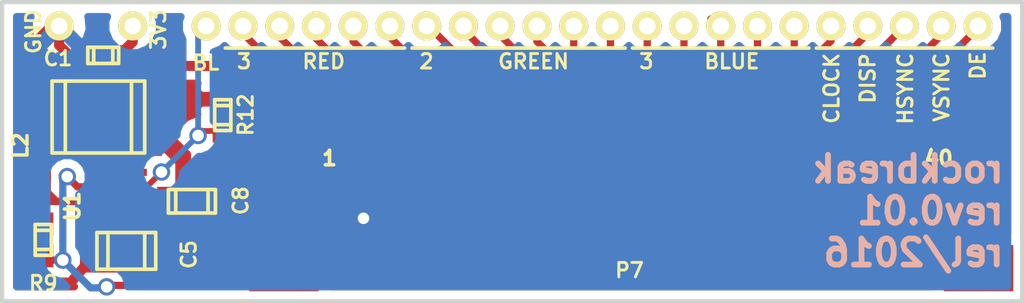
<source format=kicad_pcb>
(kicad_pcb (version 4) (host pcbnew 4.0.4-stable)

  (general
    (links 52)
    (no_connects 1)
    (area 142.448724 78.87338 179.907001 92.150002)
    (thickness 1.6)
    (drawings 23)
    (tracks 267)
    (zones 0)
    (modules 15)
    (nets 28)
  )

  (page A4)
  (title_block
    (title rockbreak)
    (date 2016-12-01)
    (rev 0.01)
    (company "1rel interactive")
  )

  (layers
    (0 F.Cu signal)
    (31 B.Cu signal)
    (32 B.Adhes user)
    (33 F.Adhes user)
    (34 B.Paste user)
    (35 F.Paste user)
    (36 B.SilkS user)
    (37 F.SilkS user)
    (38 B.Mask user)
    (39 F.Mask user)
    (40 Dwgs.User user)
    (41 Cmts.User user)
    (42 Eco1.User user)
    (43 Eco2.User user)
    (44 Edge.Cuts user)
    (45 Margin user)
    (46 B.CrtYd user)
    (47 F.CrtYd user)
    (48 B.Fab user)
    (49 F.Fab user)
  )

  (setup
    (last_trace_width 0.25)
    (user_trace_width 0.2)
    (user_trace_width 0.25)
    (user_trace_width 0.3)
    (user_trace_width 0.35)
    (user_trace_width 0.4)
    (user_trace_width 0.45)
    (user_trace_width 0.5)
    (trace_clearance 0.1)
    (zone_clearance 0.3)
    (zone_45_only yes)
    (trace_min 0.2)
    (segment_width 0.127)
    (edge_width 0.15)
    (via_size 0.6)
    (via_drill 0.4)
    (via_min_size 0.4)
    (via_min_drill 0.3)
    (uvia_size 0.3)
    (uvia_drill 0.1)
    (uvias_allowed no)
    (uvia_min_size 0.2)
    (uvia_min_drill 0.1)
    (pcb_text_width 0.3)
    (pcb_text_size 1.5 1.5)
    (mod_edge_width 0.15)
    (mod_text_size 1 1)
    (mod_text_width 0.15)
    (pad_size 1.524 1.524)
    (pad_drill 0.762)
    (pad_to_mask_clearance 0.2)
    (aux_axis_origin 0 0)
    (visible_elements FFFFF77F)
    (pcbplotparams
      (layerselection 0x00030_80000001)
      (usegerberextensions false)
      (excludeedgelayer true)
      (linewidth 0.100000)
      (plotframeref false)
      (viasonmask false)
      (mode 1)
      (useauxorigin false)
      (hpglpennumber 1)
      (hpglpenspeed 20)
      (hpglpendiameter 15)
      (hpglpenoverlay 2)
      (psnegative false)
      (psa4output false)
      (plotreference true)
      (plotvalue true)
      (plotinvisibletext false)
      (padsonsilk false)
      (subtractmaskfromsilk false)
      (outputformat 1)
      (mirror false)
      (drillshape 1)
      (scaleselection 1)
      (outputdirectory ""))
  )

  (net 0 "")
  (net 1 GND)
  (net 2 BACKL_EN)
  (net 3 VCC_3V3)
  (net 4 V_LED+)
  (net 5 V_LED-)
  (net 6 R7)
  (net 7 R6)
  (net 8 R5)
  (net 9 R4)
  (net 10 R3)
  (net 11 G2)
  (net 12 G3)
  (net 13 G4)
  (net 14 G5)
  (net 15 G6)
  (net 16 G7)
  (net 17 B7)
  (net 18 B6)
  (net 19 B5)
  (net 20 B4)
  (net 21 B3)
  (net 22 DE)
  (net 23 VSYNC)
  (net 24 HSYNC)
  (net 25 DISP)
  (net 26 CLOCK)
  (net 27 "Net-(L2-Pad2)")

  (net_class Default "This is the default net class."
    (clearance 0.1)
    (trace_width 0.25)
    (via_dia 0.6)
    (via_drill 0.4)
    (uvia_dia 0.3)
    (uvia_drill 0.1)
    (add_net B3)
    (add_net B4)
    (add_net B5)
    (add_net B6)
    (add_net B7)
    (add_net CLOCK)
    (add_net DE)
    (add_net DISP)
    (add_net G2)
    (add_net G3)
    (add_net G4)
    (add_net G5)
    (add_net G6)
    (add_net G7)
    (add_net HSYNC)
    (add_net "Net-(L2-Pad2)")
    (add_net R3)
    (add_net R4)
    (add_net R5)
    (add_net R6)
    (add_net R7)
    (add_net VSYNC)
    (add_net V_LED+)
    (add_net V_LED-)
  )

  (net_class PWR ""
    (clearance 0.1)
    (trace_width 0.35)
    (via_dia 0.6)
    (via_drill 0.4)
    (uvia_dia 0.3)
    (uvia_drill 0.1)
    (add_net GND)
    (add_net VCC_3V3)
  )

  (net_class SIG ""
    (clearance 0.1)
    (trace_width 0.2)
    (via_dia 0.6)
    (via_drill 0.4)
    (uvia_dia 0.3)
    (uvia_drill 0.1)
    (add_net BACKL_EN)
  )

  (module w_smd_resistors:r_0402 (layer F.Cu) (tedit 58417B9E) (tstamp 57EF25CD)
    (at 146.00936 89.82456 270)
    (descr "SMT resistor, 0402")
    (path /58454E16)
    (fp_text reference R9 (at 1.5 0 540) (layer F.SilkS)
      (effects (font (size 0.5 0.5) (thickness 0.1)))
    )
    (fp_text value 2R43 (at 0 0.4826 270) (layer F.SilkS) hide
      (effects (font (size 0.1524 0.1524) (thickness 0.03048)))
    )
    (fp_line (start 0.3302 -0.2794) (end 0.3302 0.2794) (layer F.SilkS) (width 0.127))
    (fp_line (start -0.3302 -0.2794) (end -0.3302 0.2794) (layer F.SilkS) (width 0.127))
    (fp_line (start -0.5334 -0.2794) (end -0.5334 0.2794) (layer F.SilkS) (width 0.127))
    (fp_line (start -0.5334 0.2794) (end 0.5334 0.2794) (layer F.SilkS) (width 0.127))
    (fp_line (start 0.5334 0.2794) (end 0.5334 -0.2794) (layer F.SilkS) (width 0.127))
    (fp_line (start 0.5334 -0.2794) (end -0.5334 -0.2794) (layer F.SilkS) (width 0.127))
    (pad 1 smd rect (at 0.54864 0 270) (size 0.8001 0.6985) (layers F.Cu F.Paste F.Mask)
      (net 5 V_LED-))
    (pad 2 smd rect (at -0.54864 0 270) (size 0.8001 0.6985) (layers F.Cu F.Paste F.Mask)
      (net 1 GND))
    (model walter/smd_resistors/r_0402.wrl
      (at (xyz 0 0 0))
      (scale (xyz 1 1 1))
      (rotate (xyz 0 0 0))
    )
  )

  (module mylib:pin_header_1x1_1.27mm_pitch (layer F.Cu) (tedit 57F18C8C) (tstamp 57EF2EFA)
    (at 151.638 82.423)
    (path /57F0CE76)
    (fp_text reference P6 (at 0 1.2065) (layer F.SilkS) hide
      (effects (font (size 0.5 0.5) (thickness 0.1)))
    )
    (fp_text value CONN_1 (at 0 1.905) (layer F.Fab) hide
      (effects (font (size 1 1) (thickness 0.15)))
    )
    (pad 1 thru_hole circle (at 0 0) (size 1 1) (drill 0.573) (layers *.Cu *.Mask F.SilkS)
      (net 2 BACKL_EN))
  )

  (module w_smd_cap:c_0603 (layer F.Cu) (tedit 584275FB) (tstamp 583FC3B4)
    (at 151.14524 88.48852 180)
    (descr "SMT capacitor, 0603")
    (path /58445C38)
    (fp_text reference C8 (at -1.68656 0.02032 450) (layer F.SilkS)
      (effects (font (size 0.5 0.5) (thickness 0.1)))
    )
    (fp_text value 1u (at 0 0.635 180) (layer F.SilkS) hide
      (effects (font (size 0.20066 0.20066) (thickness 0.04064)))
    )
    (fp_line (start 0.5588 0.4064) (end 0.5588 -0.4064) (layer F.SilkS) (width 0.127))
    (fp_line (start -0.5588 -0.381) (end -0.5588 0.4064) (layer F.SilkS) (width 0.127))
    (fp_line (start -0.8128 -0.4064) (end 0.8128 -0.4064) (layer F.SilkS) (width 0.127))
    (fp_line (start 0.8128 -0.4064) (end 0.8128 0.4064) (layer F.SilkS) (width 0.127))
    (fp_line (start 0.8128 0.4064) (end -0.8128 0.4064) (layer F.SilkS) (width 0.127))
    (fp_line (start -0.8128 0.4064) (end -0.8128 -0.4064) (layer F.SilkS) (width 0.127))
    (pad 1 smd rect (at 0.75184 0 180) (size 0.89916 1.00076) (layers F.Cu F.Paste F.Mask)
      (net 3 VCC_3V3))
    (pad 2 smd rect (at -0.75184 0 180) (size 0.89916 1.00076) (layers F.Cu F.Paste F.Mask)
      (net 1 GND))
    (model walter/smd_cap/c_0603.wrl
      (at (xyz 0 0 0))
      (scale (xyz 1 1 1))
      (rotate (xyz 0 0 0))
    )
  )

  (module w_smd_resistors:r_0402 (layer F.Cu) (tedit 58427602) (tstamp 583FC3E8)
    (at 152.21204 85.50656 270)
    (descr "SMT resistor, 0402")
    (path /5844DD9E)
    (fp_text reference R12 (at -0.01016 -0.79248 270) (layer F.SilkS)
      (effects (font (size 0.5 0.5) (thickness 0.1)))
    )
    (fp_text value 10k (at 0 0.4826 270) (layer F.SilkS) hide
      (effects (font (size 0.1524 0.1524) (thickness 0.03048)))
    )
    (fp_line (start 0.3302 -0.2794) (end 0.3302 0.2794) (layer F.SilkS) (width 0.127))
    (fp_line (start -0.3302 -0.2794) (end -0.3302 0.2794) (layer F.SilkS) (width 0.127))
    (fp_line (start -0.5334 -0.2794) (end -0.5334 0.2794) (layer F.SilkS) (width 0.127))
    (fp_line (start -0.5334 0.2794) (end 0.5334 0.2794) (layer F.SilkS) (width 0.127))
    (fp_line (start 0.5334 0.2794) (end 0.5334 -0.2794) (layer F.SilkS) (width 0.127))
    (fp_line (start 0.5334 -0.2794) (end -0.5334 -0.2794) (layer F.SilkS) (width 0.127))
    (pad 1 smd rect (at 0.54864 0 270) (size 0.8001 0.6985) (layers F.Cu F.Paste F.Mask)
      (net 2 BACKL_EN))
    (pad 2 smd rect (at -0.54864 0 270) (size 0.8001 0.6985) (layers F.Cu F.Paste F.Mask)
      (net 1 GND))
    (model walter/smd_resistors/r_0402.wrl
      (at (xyz 0 0 0))
      (scale (xyz 1 1 1))
      (rotate (xyz 0 0 0))
    )
  )

  (module mylib:pin_header_5x1_1.27mm_pitch (layer F.Cu) (tedit 58411206) (tstamp 583FD58F)
    (at 155.448 82.423 180)
    (path /58415771)
    (fp_text reference P1 (at -0.0635 -1.524 180) (layer F.SilkS) hide
      (effects (font (size 1 1) (thickness 0.15)))
    )
    (fp_text value CONN_5m (at 0 2.54 180) (layer F.Fab) hide
      (effects (font (size 1 1) (thickness 0.15)))
    )
    (pad 1 thru_hole circle (at -2.54 0 180) (size 1 1) (drill 0.573) (layers *.Cu *.Mask F.SilkS)
      (net 6 R7))
    (pad 2 thru_hole circle (at -1.27 0 180) (size 1 1) (drill 0.573) (layers *.Cu *.Mask F.SilkS)
      (net 7 R6))
    (pad 3 thru_hole circle (at 0 0 180) (size 1 1) (drill 0.573) (layers *.Cu *.Mask F.SilkS)
      (net 8 R5))
    (pad 4 thru_hole circle (at 1.27 0 180) (size 1 1) (drill 0.573) (layers *.Cu *.Mask F.SilkS)
      (net 9 R4))
    (pad 5 thru_hole circle (at 2.54 0 180) (size 1 1) (drill 0.573) (layers *.Cu *.Mask F.SilkS)
      (net 10 R3))
  )

  (module mylib:pin_header_6x1_1.27mm_pitch (layer F.Cu) (tedit 58411209) (tstamp 583FD597)
    (at 162.433 82.423)
    (path /584155C2)
    (fp_text reference P2 (at -0.1905 1.651) (layer F.SilkS) hide
      (effects (font (size 1 1) (thickness 0.15)))
    )
    (fp_text value CONN_6 (at -0.09144 -2.67462) (layer F.Fab) hide
      (effects (font (size 1 1) (thickness 0.15)))
    )
    (pad 1 thru_hole circle (at -3.175 0) (size 1 1) (drill 0.573) (layers *.Cu *.Mask F.SilkS)
      (net 11 G2))
    (pad 2 thru_hole circle (at -1.905 0) (size 1 1) (drill 0.573) (layers *.Cu *.Mask F.SilkS)
      (net 12 G3))
    (pad 3 thru_hole circle (at -0.635 0) (size 1 1) (drill 0.573) (layers *.Cu *.Mask F.SilkS)
      (net 13 G4))
    (pad 4 thru_hole circle (at 0.635 0) (size 1 1) (drill 0.573) (layers *.Cu *.Mask F.SilkS)
      (net 14 G5))
    (pad 5 thru_hole circle (at 1.905 0) (size 1 1) (drill 0.573) (layers *.Cu *.Mask F.SilkS)
      (net 15 G6))
    (pad 6 thru_hole circle (at 3.175 0) (size 1 1) (drill 0.573) (layers *.Cu *.Mask F.SilkS)
      (net 16 G7))
  )

  (module mylib:pin_header_5x1_1.27mm_pitch (layer F.Cu) (tedit 5841120B) (tstamp 583FD5A0)
    (at 169.418 82.423 180)
    (path /5841592D)
    (fp_text reference P3 (at -0.0635 -1.8415 180) (layer F.SilkS) hide
      (effects (font (size 1 1) (thickness 0.15)))
    )
    (fp_text value CONN_5m (at 0 2.54 180) (layer F.Fab) hide
      (effects (font (size 1 1) (thickness 0.15)))
    )
    (pad 1 thru_hole circle (at -2.54 0 180) (size 1 1) (drill 0.573) (layers *.Cu *.Mask F.SilkS)
      (net 17 B7))
    (pad 2 thru_hole circle (at -1.27 0 180) (size 1 1) (drill 0.573) (layers *.Cu *.Mask F.SilkS)
      (net 18 B6))
    (pad 3 thru_hole circle (at 0 0 180) (size 1 1) (drill 0.573) (layers *.Cu *.Mask F.SilkS)
      (net 19 B5))
    (pad 4 thru_hole circle (at 1.27 0 180) (size 1 1) (drill 0.573) (layers *.Cu *.Mask F.SilkS)
      (net 20 B4))
    (pad 5 thru_hole circle (at 2.54 0 180) (size 1 1) (drill 0.573) (layers *.Cu *.Mask F.SilkS)
      (net 21 B3))
  )

  (module mylib:pin_header_5x1_1.27mm_pitch (layer F.Cu) (tedit 5841120E) (tstamp 5840046B)
    (at 175.768 82.423 180)
    (path /58408DDA)
    (fp_text reference P5 (at -0.635 1.9685 180) (layer F.SilkS) hide
      (effects (font (size 1 1) (thickness 0.15)))
    )
    (fp_text value CONN_5m (at 0 2.54 180) (layer F.Fab) hide
      (effects (font (size 1 1) (thickness 0.15)))
    )
    (pad 1 thru_hole circle (at -2.54 0 180) (size 1 1) (drill 0.573) (layers *.Cu *.Mask F.SilkS)
      (net 22 DE))
    (pad 2 thru_hole circle (at -1.27 0 180) (size 1 1) (drill 0.573) (layers *.Cu *.Mask F.SilkS)
      (net 23 VSYNC))
    (pad 3 thru_hole circle (at 0 0 180) (size 1 1) (drill 0.573) (layers *.Cu *.Mask F.SilkS)
      (net 24 HSYNC))
    (pad 4 thru_hole circle (at 1.27 0 180) (size 1 1) (drill 0.573) (layers *.Cu *.Mask F.SilkS)
      (net 25 DISP))
    (pad 5 thru_hole circle (at 2.54 0 180) (size 1 1) (drill 0.573) (layers *.Cu *.Mask F.SilkS)
      (net 26 CLOCK))
  )

  (module mylib:62684-401100ALF (layer F.Cu) (tedit 58417BC9) (tstamp 58400473)
    (at 166.32682 87.70366)
    (path /5840249F)
    (fp_text reference P7 (at -0.061 3.175) (layer F.SilkS)
      (effects (font (size 0.5 0.5) (thickness 0.1)))
    )
    (fp_text value RK043FN55HS (at 0.9 2.7) (layer F.Fab) hide
      (effects (font (size 1 1) (thickness 0.15)))
    )
    (fp_text user 40 (at 10.62318 -0.70366) (layer F.SilkS)
      (effects (font (size 0.5 0.5) (thickness 0.125)))
    )
    (fp_text user 1 (at -10.42682 -0.70366) (layer F.SilkS)
      (effects (font (size 0.5 0.5) (thickness 0.125)))
    )
    (pad "" connect rect (at 11.6 2.7 180) (size 1.6 2.4) (layers F.Cu F.Mask))
    (pad "" connect rect (at 12.8 3.1 180) (size 0.8 1.6) (layers F.Cu F.Mask))
    (pad "" connect rect (at -12.8 3.1) (size 0.8 1.6) (layers F.Cu F.Mask))
    (pad 1 smd rect (at -9.75 0) (size 0.3 1.2) (layers F.Cu F.Paste F.Mask)
      (net 5 V_LED-))
    (pad 8 smd rect (at -6.25 0) (size 0.3 1.2) (layers F.Cu F.Paste F.Mask)
      (net 10 R3))
    (pad 9 smd rect (at -5.75 0) (size 0.3 1.2) (layers F.Cu F.Paste F.Mask)
      (net 9 R4))
    (pad 7 smd rect (at -6.75 0) (size 0.3 1.2) (layers F.Cu F.Paste F.Mask)
      (net 10 R3))
    (pad 6 smd rect (at -7.25 0) (size 0.3 1.2) (layers F.Cu F.Paste F.Mask)
      (net 10 R3))
    (pad 2 smd rect (at -9.25 0) (size 0.3 1.2) (layers F.Cu F.Paste F.Mask)
      (net 4 V_LED+))
    (pad 3 smd rect (at -8.75 0) (size 0.3 1.2) (layers F.Cu F.Paste F.Mask)
      (net 1 GND))
    (pad 5 smd rect (at -7.75 0) (size 0.3 1.2) (layers F.Cu F.Paste F.Mask)
      (net 10 R3))
    (pad 4 smd rect (at -8.25 0) (size 0.3 1.2) (layers F.Cu F.Paste F.Mask)
      (net 3 VCC_3V3))
    (pad 36 smd rect (at 7.75 0) (size 0.3 1.2) (layers F.Cu F.Paste F.Mask)
      (net 1 GND))
    (pad 37 smd rect (at 8.25 0) (size 0.3 1.2) (layers F.Cu F.Paste F.Mask))
    (pad 35 smd rect (at 7.25 0) (size 0.3 1.2) (layers F.Cu F.Paste F.Mask))
    (pad 34 smd rect (at 6.75 0) (size 0.3 1.2) (layers F.Cu F.Paste F.Mask)
      (net 22 DE))
    (pad 38 smd rect (at 8.75 0) (size 0.3 1.2) (layers F.Cu F.Paste F.Mask))
    (pad 39 smd rect (at 9.25 0) (size 0.3 1.2) (layers F.Cu F.Paste F.Mask))
    (pad 40 smd rect (at 9.75 0) (size 0.3 1.2) (layers F.Cu F.Paste F.Mask))
    (pad 32 smd rect (at 5.75 0) (size 0.3 1.2) (layers F.Cu F.Paste F.Mask)
      (net 24 HSYNC))
    (pad 33 smd rect (at 6.25 0) (size 0.3 1.2) (layers F.Cu F.Paste F.Mask)
      (net 23 VSYNC))
    (pad 31 smd rect (at 5.25 0) (size 0.3 1.2) (layers F.Cu F.Paste F.Mask)
      (net 25 DISP))
    (pad 30 smd rect (at 4.75 0) (size 0.3 1.2) (layers F.Cu F.Paste F.Mask)
      (net 26 CLOCK))
    (pad 26 smd rect (at 2.75 0) (size 0.3 1.2) (layers F.Cu F.Paste F.Mask)
      (net 19 B5))
    (pad 27 smd rect (at 3.25 0) (size 0.3 1.2) (layers F.Cu F.Paste F.Mask)
      (net 18 B6))
    (pad 29 smd rect (at 4.25 0) (size 0.3 1.2) (layers F.Cu F.Paste F.Mask)
      (net 1 GND))
    (pad 28 smd rect (at 3.75 0) (size 0.3 1.2) (layers F.Cu F.Paste F.Mask)
      (net 17 B7))
    (pad 12 smd rect (at -4.25 0) (size 0.3 1.2) (layers F.Cu F.Paste F.Mask)
      (net 6 R7))
    (pad 13 smd rect (at -3.75 0) (size 0.3 1.2) (layers F.Cu F.Paste F.Mask)
      (net 11 G2))
    (pad 11 smd rect (at -4.75 0) (size 0.3 1.2) (layers F.Cu F.Paste F.Mask)
      (net 7 R6))
    (pad 10 smd rect (at -5.25 0) (size 0.3 1.2) (layers F.Cu F.Paste F.Mask)
      (net 8 R5))
    (pad 14 smd rect (at -3.25 0) (size 0.3 1.2) (layers F.Cu F.Paste F.Mask)
      (net 11 G2))
    (pad 15 smd rect (at -2.75 0) (size 0.3 1.2) (layers F.Cu F.Paste F.Mask)
      (net 11 G2))
    (pad 17 smd rect (at -1.75 0) (size 0.3 1.2) (layers F.Cu F.Paste F.Mask)
      (net 13 G4))
    (pad 16 smd rect (at -2.25 0) (size 0.3 1.2) (layers F.Cu F.Paste F.Mask)
      (net 12 G3))
    (pad 24 smd rect (at 1.75 0) (size 0.3 1.2) (layers F.Cu F.Paste F.Mask)
      (net 21 B3))
    (pad 25 smd rect (at 2.25 0) (size 0.3 1.2) (layers F.Cu F.Paste F.Mask)
      (net 20 B4))
    (pad 23 smd rect (at 1.25 0) (size 0.3 1.2) (layers F.Cu F.Paste F.Mask)
      (net 21 B3))
    (pad 22 smd rect (at 0.75 0) (size 0.3 1.2) (layers F.Cu F.Paste F.Mask)
      (net 21 B3))
    (pad 18 smd rect (at -1.25 0) (size 0.3 1.2) (layers F.Cu F.Paste F.Mask)
      (net 14 G5))
    (pad 19 smd rect (at -0.75 0) (size 0.3 1.2) (layers F.Cu F.Paste F.Mask)
      (net 15 G6))
    (pad 21 smd rect (at 0.25 0) (size 0.3 1.2) (layers F.Cu F.Paste F.Mask)
      (net 21 B3))
    (pad 20 smd rect (at -0.25 0) (size 0.3 1.2) (layers F.Cu F.Paste F.Mask)
      (net 16 G7))
    (pad "" connect rect (at -11.6 2.7) (size 1.6 2.4) (layers F.Cu F.Mask))
  )

  (module w_smd_cap:c_0402 (layer F.Cu) (tedit 584275EA) (tstamp 5840E53A)
    (at 148.082 83.439)
    (descr "SMT capacitor, 0402")
    (path /57EF1CE1)
    (fp_text reference C1 (at -1.56464 0.10668) (layer F.SilkS)
      (effects (font (size 0.5 0.5) (thickness 0.1)))
    )
    (fp_text value 100n (at 0 0.4826) (layer F.SilkS) hide
      (effects (font (size 0.1524 0.1524) (thickness 0.03048)))
    )
    (fp_line (start 0.3302 -0.2794) (end 0.3302 0.2794) (layer F.SilkS) (width 0.127))
    (fp_line (start -0.3302 -0.2794) (end -0.3302 0.2794) (layer F.SilkS) (width 0.127))
    (fp_line (start -0.5334 -0.2794) (end -0.5334 0.2794) (layer F.SilkS) (width 0.127))
    (fp_line (start -0.5334 0.2794) (end 0.5334 0.2794) (layer F.SilkS) (width 0.127))
    (fp_line (start 0.5334 0.2794) (end 0.5334 -0.2794) (layer F.SilkS) (width 0.127))
    (fp_line (start 0.5334 -0.2794) (end -0.5334 -0.2794) (layer F.SilkS) (width 0.127))
    (pad 1 smd rect (at 0.54864 0) (size 0.8001 0.6985) (layers F.Cu F.Paste F.Mask)
      (net 3 VCC_3V3))
    (pad 2 smd rect (at -0.54864 0) (size 0.8001 0.6985) (layers F.Cu F.Paste F.Mask)
      (net 1 GND))
    (model walter/smd_cap/c_0402.wrl
      (at (xyz 0 0 0))
      (scale (xyz 1 1 1))
      (rotate (xyz 0 0 0))
    )
  )

  (module mylib:8Pin_MLF (layer F.Cu) (tedit 584275F2) (tstamp 584110C3)
    (at 148.5392 88.2396 180)
    (path /58415F54)
    (fp_text reference U1 (at 1.524 -0.42164 450) (layer F.SilkS)
      (effects (font (size 0.5 0.5) (thickness 0.125)))
    )
    (fp_text value MIC2289-24YML (at -0.2 7.7 180) (layer F.Fab) hide
      (effects (font (size 1 1) (thickness 0.15)))
    )
    (pad 8 smd rect (at 0.825 -0.75 180) (size 0.45 0.25) (layers F.Cu F.Paste F.Mask)
      (net 1 GND))
    (pad 7 smd rect (at 0.825 -0.25 180) (size 0.45 0.25) (layers F.Cu F.Paste F.Mask)
      (net 27 "Net-(L2-Pad2)"))
    (pad 5 smd rect (at 0.825 0.75 180) (size 0.45 0.25) (layers F.Cu F.Paste F.Mask))
    (pad 6 smd rect (at 0.825 0.25 180) (size 0.45 0.25) (layers F.Cu F.Paste F.Mask)
      (net 5 V_LED-))
    (pad 3 smd rect (at -0.825 0.25 180) (size 0.45 0.25) (layers F.Cu F.Paste F.Mask)
      (net 2 BACKL_EN))
    (pad 4 smd rect (at -0.825 0.75 180) (size 0.45 0.25) (layers F.Cu F.Paste F.Mask)
      (net 1 GND))
    (pad 2 smd rect (at -0.825 -0.25 180) (size 0.45 0.25) (layers F.Cu F.Paste F.Mask)
      (net 3 VCC_3V3))
    (pad 1 smd rect (at -0.825 -0.75 180) (size 0.45 0.25) (layers F.Cu F.Paste F.Mask)
      (net 4 V_LED+))
    (pad 9 smd rect (at 0 0 180) (size 0.6 1.2) (layers F.Cu F.Paste F.Mask)
      (net 1 GND))
  )

  (module mylib:pin_header_1x1_1.27mm_pitch (layer F.Cu) (tedit 584113BB) (tstamp 584113AD)
    (at 149.098 82.423)
    (path /5841C588)
    (fp_text reference P4 (at 0.5715 -1.27) (layer F.SilkS) hide
      (effects (font (size 1 1) (thickness 0.15)))
    )
    (fp_text value CONN_1 (at 0 1.905) (layer F.Fab) hide
      (effects (font (size 1 1) (thickness 0.15)))
    )
    (pad 1 thru_hole circle (at 0 0) (size 1 1) (drill 0.573) (layers *.Cu *.Mask F.SilkS)
      (net 3 VCC_3V3))
  )

  (module mylib:pin_header_1x1_1.27mm_pitch (layer F.Cu) (tedit 584113C1) (tstamp 584113B5)
    (at 146.558 82.423)
    (path /5841C5D0)
    (fp_text reference P8 (at 0.3302 -1.50368) (layer F.SilkS) hide
      (effects (font (size 1 1) (thickness 0.15)))
    )
    (fp_text value CONN_1 (at 0 1.905) (layer F.Fab) hide
      (effects (font (size 1 1) (thickness 0.15)))
    )
    (pad 1 thru_hole circle (at 0 0) (size 1 1) (drill 0.573) (layers *.Cu *.Mask F.SilkS)
      (net 1 GND))
  )

  (module mylib:l_1210 (layer F.Cu) (tedit 58419D13) (tstamp 58419ED9)
    (at 147.91436 85.5726)
    (descr "SMT resistor, 1210")
    (path /5844661B)
    (fp_text reference L2 (at -2.6924 0.9906 270) (layer F.SilkS)
      (effects (font (size 0.50038 0.50038) (thickness 0.11938)))
    )
    (fp_text value 10u (at 0 1.7018) (layer F.SilkS) hide
      (effects (font (size 0.50038 0.50038) (thickness 0.11938)))
    )
    (fp_line (start -1.6002 -1.2446) (end -1.6002 1.2446) (layer F.SilkS) (width 0.127))
    (fp_line (start 1.6002 1.2446) (end 1.6002 -1.2446) (layer F.SilkS) (width 0.127))
    (fp_line (start 1.143 -1.2446) (end 1.143 1.2446) (layer F.SilkS) (width 0.127))
    (fp_line (start -1.143 1.2446) (end -1.143 -1.2446) (layer F.SilkS) (width 0.127))
    (fp_line (start -1.6002 1.2446) (end 1.6002 1.2446) (layer F.SilkS) (width 0.127))
    (fp_line (start 1.6002 -1.2446) (end -1.6002 -1.2446) (layer F.SilkS) (width 0.127))
    (pad 1 smd rect (at 1.397 0) (size 1.6002 2.6924) (layers F.Cu F.Paste F.Mask)
      (net 3 VCC_3V3))
    (pad 2 smd rect (at -1.397 0) (size 1.6002 2.6924) (layers F.Cu F.Paste F.Mask)
      (net 27 "Net-(L2-Pad2)"))
    (model walter/smd_inductors/inductor_smd_1008.wrl
      (at (xyz 0 0 0))
      (scale (xyz 1 1 1))
      (rotate (xyz 0 0 0))
    )
  )

  (module w_smd_cap:c_0805 (layer F.Cu) (tedit 5841B2AE) (tstamp 5841B2D7)
    (at 148.87956 90.20556)
    (descr "SMT capacitor, 0805")
    (path /58456C38)
    (fp_text reference C5 (at 2.159 0.127 90) (layer F.SilkS)
      (effects (font (size 0.5 0.5) (thickness 0.1)))
    )
    (fp_text value 270n (at 0 0.9906) (layer F.SilkS) hide
      (effects (font (size 0.29972 0.29972) (thickness 0.06096)))
    )
    (fp_line (start 0.635 -0.635) (end 0.635 0.635) (layer F.SilkS) (width 0.127))
    (fp_line (start -0.635 -0.635) (end -0.635 0.6096) (layer F.SilkS) (width 0.127))
    (fp_line (start -1.016 -0.635) (end 1.016 -0.635) (layer F.SilkS) (width 0.127))
    (fp_line (start 1.016 -0.635) (end 1.016 0.635) (layer F.SilkS) (width 0.127))
    (fp_line (start 1.016 0.635) (end -1.016 0.635) (layer F.SilkS) (width 0.127))
    (fp_line (start -1.016 0.635) (end -1.016 -0.635) (layer F.SilkS) (width 0.127))
    (pad 1 smd rect (at 0.9525 0) (size 1.30048 1.4986) (layers F.Cu F.Paste F.Mask)
      (net 4 V_LED+))
    (pad 2 smd rect (at -0.9525 0) (size 1.30048 1.4986) (layers F.Cu F.Paste F.Mask)
      (net 1 GND))
    (model walter/smd_cap/c_0805.wrl
      (at (xyz 0 0 0))
      (scale (xyz 1 1 1))
      (rotate (xyz 0 0 0))
    )
  )

  (gr_line (start 172.72 83.185) (end 178.816 83.185) (angle 90) (layer F.SilkS) (width 0.127))
  (gr_line (start 166.37 83.185) (end 172.466 83.185) (angle 90) (layer F.SilkS) (width 0.127))
  (gr_line (start 158.75 83.185) (end 166.116 83.185) (angle 90) (layer F.SilkS) (width 0.127))
  (gr_line (start 152.2984 83.185) (end 158.496 83.185) (angle 90) (layer F.SilkS) (width 0.127))
  (gr_text DE (at 178.3 83.25 90) (layer F.SilkS)
    (effects (font (size 0.50038 0.50038) (thickness 0.1)) (justify right))
  )
  (gr_line (start 144.5895 91.948) (end 144.5895 81.5975) (angle 90) (layer Edge.Cuts) (width 0.15))
  (gr_line (start 179.832 91.948) (end 144.5895 91.948) (angle 90) (layer Edge.Cuts) (width 0.15))
  (gr_line (start 179.832 81.5975) (end 179.832 91.948) (angle 90) (layer Edge.Cuts) (width 0.15))
  (gr_line (start 144.5895 81.5975) (end 179.832 81.5975) (angle 90) (layer Edge.Cuts) (width 0.15))
  (gr_text 3 (at 166.85 83.65) (layer F.SilkS)
    (effects (font (size 0.50038 0.50038) (thickness 0.1)))
  )
  (gr_text 3 (at 152.95 83.65) (layer F.SilkS)
    (effects (font (size 0.50038 0.50038) (thickness 0.1)))
  )
  (gr_text 2 (at 159.25 83.65) (layer F.SilkS)
    (effects (font (size 0.50038 0.50038) (thickness 0.1)))
  )
  (gr_text BL (at 152.146 83.693) (layer F.SilkS)
    (effects (font (size 0.50038 0.50038) (thickness 0.1)) (justify right))
  )
  (gr_text BLUE (at 169.8 83.65) (layer F.SilkS)
    (effects (font (size 0.50038 0.50038) (thickness 0.1)))
  )
  (gr_text GREEN (at 162.95 83.65) (layer F.SilkS)
    (effects (font (size 0.50038 0.50038) (thickness 0.1)))
  )
  (gr_text RED (at 155.7 83.65) (layer F.SilkS)
    (effects (font (size 0.50038 0.50038) (thickness 0.1)))
  )
  (gr_text "CLOCK\n" (at 173.25 83.3 90) (layer F.SilkS)
    (effects (font (size 0.50038 0.50038) (thickness 0.1)) (justify right))
  )
  (gr_text DISP (at 174.498 83.312 90) (layer F.SilkS)
    (effects (font (size 0.50038 0.50038) (thickness 0.1)) (justify right))
  )
  (gr_text HSYNC (at 175.8 83.3 90) (layer F.SilkS)
    (effects (font (size 0.50038 0.50038) (thickness 0.1)) (justify right))
  )
  (gr_text VSYNC (at 177.05 83.3 90) (layer F.SilkS)
    (effects (font (size 0.50038 0.50038) (thickness 0.1)) (justify right))
  )
  (gr_text "rockbreak\nrev0.01\nrel/2016" (at 179.2986 88.8238) (layer B.SilkS)
    (effects (font (size 0.9 0.9) (thickness 0.2)) (justify left mirror))
  )
  (gr_text GND (at 145.669 81.788 90) (layer F.SilkS)
    (effects (font (size 0.50038 0.50038) (thickness 0.1)) (justify right))
  )
  (gr_text 3V3 (at 149.987 81.788 90) (layer F.SilkS)
    (effects (font (size 0.50038 0.50038) (thickness 0.1)) (justify right))
  )

  (segment (start 153.10358 87.32266) (end 153.162 87.26424) (width 0.35) (layer F.Cu) (net 1))
  (segment (start 152.21204 84.95792) (end 152.5778 84.95792) (width 0.35) (layer F.Cu) (net 1))
  (segment (start 152.5778 84.95792) (end 153.162 85.54212) (width 0.35) (layer F.Cu) (net 1) (tstamp 5842759F))
  (segment (start 147.7142 88.9896) (end 148.27828 88.9896) (width 0.35) (layer F.Cu) (net 1))
  (segment (start 148.27828 88.9896) (end 148.5392 89.25052) (width 0.35) (layer F.Cu) (net 1) (tstamp 58427596))
  (segment (start 147.53336 83.439) (end 146.90852 83.439) (width 0.35) (layer F.Cu) (net 1))
  (segment (start 146.558 83.08848) (end 146.558 82.423) (width 0.35) (layer F.Cu) (net 1) (tstamp 58427553))
  (segment (start 146.90852 83.439) (end 146.558 83.08848) (width 0.35) (layer F.Cu) (net 1) (tstamp 58427552))
  (segment (start 146.558 82.423) (end 146.29384 82.423) (width 0.35) (layer F.Cu) (net 1))
  (segment (start 146.29384 82.423) (end 145.1991 83.51774) (width 0.35) (layer F.Cu) (net 1) (tstamp 58427549))
  (segment (start 145.1991 83.51774) (end 145.1991 84.2518) (width 0.35) (layer F.Cu) (net 1) (tstamp 5842754A))
  (segment (start 148.5392 88.2396) (end 148.5392 89.25052) (width 0.35) (layer F.Cu) (net 1))
  (segment (start 148.5392 89.25052) (end 148.5392 89.59342) (width 0.35) (layer F.Cu) (net 1) (tstamp 58427599))
  (segment (start 148.5392 89.59342) (end 147.92706 90.20556) (width 0.35) (layer F.Cu) (net 1) (tstamp 58427540))
  (segment (start 146.00936 89.27592) (end 145.542 89.27592) (width 0.35) (layer F.Cu) (net 1))
  (segment (start 145.542 89.27592) (end 145.29054 89.02446) (width 0.35) (layer F.Cu) (net 1) (tstamp 58427509))
  (segment (start 146.00936 89.27592) (end 146.00936 89.20988) (width 0.35) (layer F.Cu) (net 1))
  (segment (start 147.7899 90.23604) (end 147.7899 90.34018) (width 0.35) (layer F.Cu) (net 1) (status 30))
  (segment (start 147.7899 90.34018) (end 146.87296 91.39428) (width 0.35) (layer F.Cu) (net 1) (tstamp 584274C0) (status 10))
  (segment (start 146.87296 91.39428) (end 145.51152 91.39428) (width 0.35) (layer F.Cu) (net 1) (tstamp 584274C1))
  (segment (start 145.51152 91.39428) (end 145.1991 91.08186) (width 0.35) (layer F.Cu) (net 1) (tstamp 584274C2))
  (segment (start 145.1991 91.08186) (end 145.1991 90.4991) (width 0.35) (layer F.Cu) (net 1) (tstamp 584274C3))
  (segment (start 153.10358 87.32266) (end 151.98344 88.4428) (width 0.35) (layer F.Cu) (net 1) (tstamp 58427658) (status 20))
  (segment (start 153.162 85.54212) (end 153.162 87.26424) (width 0.35) (layer F.Cu) (net 1) (tstamp 584275A3))
  (segment (start 149.3642 87.4896) (end 148.87264 87.4896) (width 0.25) (layer F.Cu) (net 1))
  (segment (start 148.87264 87.4896) (end 148.5392 87.82304) (width 0.25) (layer F.Cu) (net 1) (tstamp 58427443))
  (segment (start 148.5392 87.82304) (end 148.5392 88.2396) (width 0.25) (layer F.Cu) (net 1) (tstamp 58427444))
  (segment (start 147.7142 88.9896) (end 148.1702 88.9896) (width 0.25) (layer F.Cu) (net 1))
  (segment (start 148.1702 88.9896) (end 148.5392 88.6206) (width 0.25) (layer F.Cu) (net 1) (tstamp 5842743B))
  (segment (start 148.5392 88.6206) (end 148.5392 88.2396) (width 0.25) (layer F.Cu) (net 1) (tstamp 5842743E))
  (segment (start 157.57682 87.70366) (end 157.57682 88.57458) (width 0.35) (layer F.Cu) (net 1))
  (via (at 157.0736 89.0778) (size 0.6) (drill 0.4) (layers F.Cu B.Cu) (net 1))
  (segment (start 157.57682 88.57458) (end 157.0736 89.0778) (width 0.35) (layer F.Cu) (net 1) (tstamp 5841A07D))
  (segment (start 145.29054 89.02446) (end 145.1991 89.1159) (width 0.35) (layer F.Cu) (net 1) (tstamp 5842750C))
  (segment (start 145.1991 88.1761) (end 145.1991 89.1159) (width 0.35) (layer F.Cu) (net 1))
  (segment (start 145.1991 89.1159) (end 145.1991 90.4991) (width 0.35) (layer F.Cu) (net 1) (tstamp 58418A0B))
  (segment (start 145.1991 84.2518) (end 145.1991 87.83322) (width 0.35) (layer F.Cu) (net 1) (tstamp 5840DEC1))
  (segment (start 145.1991 88.1761) (end 145.1991 87.83322) (width 0.35) (layer F.Cu) (net 1) (tstamp 58417D52))
  (segment (start 148.3868 90.043) (end 148.19376 90.23604) (width 0.35) (layer F.Cu) (net 1) (tstamp 58417C41) (status 30))
  (segment (start 148.324 90.1058) (end 148.19376 90.23604) (width 0.35) (layer F.Cu) (net 1) (tstamp 58411222) (status 30))
  (segment (start 170.57682 87.70366) (end 170.57682 88.59832) (width 0.35) (layer F.Cu) (net 1) (status 10))
  (segment (start 170.57682 88.59832) (end 170.8785 88.9) (width 0.35) (layer F.Cu) (net 1) (tstamp 5840EA00))
  (segment (start 173.9138 88.9) (end 170.8785 88.9) (width 0.35) (layer F.Cu) (net 1))
  (segment (start 170.8785 88.9) (end 157.9626 88.9) (width 0.35) (layer F.Cu) (net 1) (tstamp 5840EA03))
  (segment (start 157.57682 88.51422) (end 157.57682 87.70366) (width 0.35) (layer F.Cu) (net 1) (tstamp 5840DF0E) (status 20))
  (segment (start 157.9626 88.9) (end 157.57682 88.51422) (width 0.35) (layer F.Cu) (net 1) (tstamp 5840DF0D))
  (segment (start 174.07682 87.70366) (end 174.07682 88.73698) (width 0.35) (layer F.Cu) (net 1) (status 10))
  (segment (start 174.07682 88.73698) (end 173.9138 88.9) (width 0.35) (layer F.Cu) (net 1) (tstamp 5840DF01))
  (segment (start 151.3586 86.21268) (end 151.3586 82.7024) (width 0.2) (layer B.Cu) (net 2))
  (segment (start 151.3586 82.7024) (end 151.638 82.423) (width 0.2) (layer B.Cu) (net 2) (tstamp 584274B0))
  (segment (start 150.09368 87.4776) (end 151.3586 86.21268) (width 0.2) (layer B.Cu) (net 2))
  (segment (start 151.51608 86.0552) (end 152.21204 86.0552) (width 0.2) (layer F.Cu) (net 2) (tstamp 584274AA))
  (segment (start 151.3586 86.21268) (end 151.51608 86.0552) (width 0.2) (layer F.Cu) (net 2) (tstamp 584274A9))
  (via (at 151.3586 86.21268) (size 0.6) (drill 0.4) (layers F.Cu B.Cu) (net 2))
  (segment (start 149.3642 87.9896) (end 149.58168 87.9896) (width 0.2) (layer F.Cu) (net 2))
  (segment (start 149.58168 87.9896) (end 150.09368 87.4776) (width 0.2) (layer F.Cu) (net 2) (tstamp 58427480))
  (via (at 150.09368 87.4776) (size 0.6) (drill 0.4) (layers F.Cu B.Cu) (net 2))
  (segment (start 150.09368 87.4776) (end 150.07844 87.46236) (width 0.2) (layer B.Cu) (net 2) (tstamp 58427482))
  (segment (start 150.07844 87.46236) (end 150.05304 87.46236) (width 0.2) (layer B.Cu) (net 2) (tstamp 58427483))
  (segment (start 152.3492 86.19236) (end 152.21204 86.0552) (width 0.2) (layer F.Cu) (net 2) (tstamp 5841A103) (status 30))
  (segment (start 152.35428 85.91296) (end 152.21204 86.0552) (width 0.2) (layer F.Cu) (net 2) (tstamp 5841A0BF) (status 30))
  (segment (start 151.638 82.423) (end 151.638 82.6262) (width 0.2) (layer B.Cu) (net 2))
  (segment (start 152.37968 86.0552) (end 152.21204 86.0552) (width 0.2) (layer F.Cu) (net 2) (tstamp 5841A04C) (status 30))
  (segment (start 152.21204 86.0552) (end 152.21204 86.34476) (width 0.2) (layer F.Cu) (net 2) (status 30))
  (segment (start 151.638 82.423) (end 151.638 82.8294) (width 0.2) (layer B.Cu) (net 2))
  (segment (start 151.6507 82.4357) (end 151.6253 82.4357) (width 0.2) (layer F.Cu) (net 2) (status 30))
  (segment (start 149.098 82.423) (end 149.098 82.97164) (width 0.35) (layer F.Cu) (net 3) (status 400000))
  (segment (start 149.098 82.97164) (end 148.63064 83.439) (width 0.35) (layer F.Cu) (net 3) (tstamp 5842784B) (status 800000))
  (segment (start 148.63064 83.439) (end 148.6408 83.439) (width 0.35) (layer F.Cu) (net 3))
  (segment (start 148.6408 83.439) (end 149.82952 84.62772) (width 0.35) (layer F.Cu) (net 3) (tstamp 5842762D))
  (segment (start 149.82952 84.62772) (end 149.82952 85.05444) (width 0.35) (layer F.Cu) (net 3) (tstamp 5842762E))
  (segment (start 149.82952 85.05444) (end 149.31136 85.5726) (width 0.35) (layer F.Cu) (net 3) (tstamp 5842762F))
  (segment (start 148.63064 83.439) (end 148.63064 83.98764) (width 0.35) (layer F.Cu) (net 3))
  (segment (start 148.63064 83.98764) (end 149.31136 84.66836) (width 0.35) (layer F.Cu) (net 3) (tstamp 58427625))
  (segment (start 149.31136 84.66836) (end 149.31136 85.5726) (width 0.35) (layer F.Cu) (net 3) (tstamp 58427626))
  (segment (start 148.63064 83.439) (end 148.63064 83.80476) (width 0.35) (layer F.Cu) (net 3))
  (segment (start 148.63064 83.80476) (end 149.31136 84.48548) (width 0.35) (layer F.Cu) (net 3) (tstamp 5842761F))
  (segment (start 149.31136 84.48548) (end 149.31136 85.5726) (width 0.35) (layer F.Cu) (net 3) (tstamp 58427620))
  (segment (start 150.47976 88.4428) (end 150.47976 88.4174) (width 0.35) (layer F.Cu) (net 3) (status 30))
  (segment (start 150.47976 88.4174) (end 150.94204 87.95512) (width 0.35) (layer F.Cu) (net 3) (tstamp 584274BA) (status 10))
  (segment (start 150.94204 86.88324) (end 149.7584 85.6996) (width 0.35) (layer F.Cu) (net 3) (tstamp 584274BC) (status 20))
  (segment (start 150.94204 87.95512) (end 150.94204 86.88324) (width 0.35) (layer F.Cu) (net 3) (tstamp 584274BB))
  (segment (start 149.7584 85.6996) (end 149.3266 85.6996) (width 0.35) (layer F.Cu) (net 3) (tstamp 584274BD) (status 30))
  (segment (start 149.3642 88.4896) (end 150.43296 88.4896) (width 0.25) (layer F.Cu) (net 3) (status 20))
  (segment (start 150.43296 88.4896) (end 150.47976 88.4428) (width 0.25) (layer F.Cu) (net 3) (tstamp 58427448) (status 30))
  (segment (start 150.47976 88.4428) (end 150.47976 88.35644) (width 0.35) (layer F.Cu) (net 3) (status 30))
  (segment (start 150.47976 88.35644) (end 150.749 88.0872) (width 0.35) (layer F.Cu) (net 3) (tstamp 5841A109) (status 30))
  (segment (start 150.749 88.0872) (end 150.749 87.122) (width 0.35) (layer F.Cu) (net 3) (tstamp 5841A10A) (status 10))
  (segment (start 150.749 87.122) (end 149.3266 85.6996) (width 0.35) (layer F.Cu) (net 3) (tstamp 5841A10B) (status 20))
  (segment (start 150.47976 88.4428) (end 150.47976 88.17864) (width 0.35) (layer F.Cu) (net 3) (status 30))
  (segment (start 150.47976 88.17864) (end 150.749 87.9094) (width 0.35) (layer F.Cu) (net 3) (tstamp 5841A0AE) (status 10))
  (segment (start 150.749 86.868) (end 149.6568 85.7758) (width 0.35) (layer F.Cu) (net 3) (tstamp 5841A0B0) (status 20))
  (segment (start 150.749 87.9094) (end 150.749 86.868) (width 0.35) (layer F.Cu) (net 3) (tstamp 5841A0AF))
  (segment (start 149.6568 85.7758) (end 149.4028 85.7758) (width 0.35) (layer F.Cu) (net 3) (tstamp 5841A0B1) (status 30))
  (segment (start 149.4028 85.7758) (end 149.3266 85.6996) (width 0.35) (layer F.Cu) (net 3) (tstamp 5841A0B2) (status 30))
  (segment (start 150.20436 88.4896) (end 150.40356 88.2904) (width 0.35) (layer F.Cu) (net 3) (tstamp 58419FDD) (status 30))
  (segment (start 148.72716 83.80476) (end 152.71496 83.80476) (width 0.35) (layer F.Cu) (net 3))
  (segment (start 152.71496 83.80476) (end 154.9146 86.0044) (width 0.35) (layer F.Cu) (net 3) (tstamp 584184CE))
  (segment (start 158.07682 87.70366) (end 158.07682 86.75362) (width 0.35) (layer F.Cu) (net 3) (status 10))
  (segment (start 157.3276 86.0044) (end 154.9146 86.0044) (width 0.35) (layer F.Cu) (net 3) (tstamp 584112D7))
  (segment (start 158.07682 86.75362) (end 157.3276 86.0044) (width 0.35) (layer F.Cu) (net 3) (tstamp 584112D6))
  (segment (start 149.3642 88.9896) (end 149.3642 89.24748) (width 0.25) (layer F.Cu) (net 4))
  (segment (start 149.3642 89.24748) (end 149.83206 89.71534) (width 0.25) (layer F.Cu) (net 4) (tstamp 58427544))
  (segment (start 149.83206 89.71534) (end 149.83206 90.20556) (width 0.25) (layer F.Cu) (net 4) (tstamp 58427545))
  (segment (start 149.6949 90.23604) (end 151.6126 90.2208) (width 0.25) (layer F.Cu) (net 4) (status 10))
  (segment (start 151.6126 90.2208) (end 152.3746 89.4588) (width 0.25) (layer F.Cu) (net 4) (tstamp 5841B2EF))
  (segment (start 149.3642 88.9896) (end 149.4416 88.9896) (width 0.25) (layer F.Cu) (net 4))
  (segment (start 152.3746 89.4588) (end 155.2194 86.614) (width 0.25) (layer F.Cu) (net 4) (tstamp 58411190))
  (segment (start 155.2194 86.614) (end 156.7688 86.614) (width 0.25) (layer F.Cu) (net 4) (tstamp 58411192))
  (segment (start 156.7688 86.614) (end 157.07682 86.92202) (width 0.25) (layer F.Cu) (net 4) (tstamp 58411194))
  (segment (start 157.07682 86.92202) (end 157.07682 87.70366) (width 0.25) (layer F.Cu) (net 4) (tstamp 58411195) (status 20))
  (segment (start 146.685 88.27516) (end 146.685 87.78748) (width 0.25) (layer B.Cu) (net 5))
  (segment (start 146.685 87.78748) (end 146.8374 87.63508) (width 0.25) (layer B.Cu) (net 5) (tstamp 58427592))
  (segment (start 147.7142 87.9896) (end 147.19192 87.9896) (width 0.25) (layer F.Cu) (net 5))
  (via (at 146.8374 87.63508) (size 0.6) (drill 0.4) (layers F.Cu B.Cu) (net 5))
  (segment (start 147.19192 87.9896) (end 146.8374 87.63508) (width 0.25) (layer F.Cu) (net 5) (tstamp 5842758B))
  (segment (start 146.685 90.5256) (end 146.16176 90.5256) (width 0.25) (layer F.Cu) (net 5))
  (segment (start 146.16176 90.5256) (end 146.00936 90.3732) (width 0.25) (layer F.Cu) (net 5) (tstamp 58427512))
  (segment (start 146.685 90.49512) (end 146.685 90.5256) (width 0.25) (layer B.Cu) (net 5))
  (segment (start 146.685 90.49512) (end 146.685 89.8652) (width 0.25) (layer B.Cu) (net 5) (tstamp 584274D9))
  (segment (start 146.685 89.8652) (end 146.685 88.27516) (width 0.25) (layer B.Cu) (net 5))
  (via (at 146.685 90.5256) (size 0.6) (drill 0.4) (layers F.Cu B.Cu) (net 5))
  (segment (start 148.2344 91.4844) (end 147.6438 91.4844) (width 0.25) (layer B.Cu) (net 5))
  (segment (start 147.6438 91.4844) (end 146.685 90.5256) (width 0.25) (layer B.Cu) (net 5) (tstamp 5841B30C))
  (segment (start 148.2344 91.4844) (end 148.2 91.45) (width 0.25) (layer B.Cu) (net 5) (tstamp 5841B30A))
  (segment (start 156.57682 87.70366) (end 154.87574 87.70366) (width 0.25) (layer F.Cu) (net 5) (status 10))
  (via (at 148.2 91.45) (size 0.6) (drill 0.4) (layers F.Cu B.Cu) (net 5))
  (segment (start 148.2 91.45) (end 148.25 91.4) (width 0.25) (layer F.Cu) (net 5) (tstamp 58417973))
  (segment (start 148.25 91.4) (end 151.1794 91.4) (width 0.25) (layer F.Cu) (net 5) (tstamp 58417974))
  (segment (start 154.87574 87.70366) (end 151.1794 91.4) (width 0.25) (layer F.Cu) (net 5) (tstamp 58417C3A))
  (segment (start 157.988 82.3595) (end 157.988 82.804) (width 0.25) (layer F.Cu) (net 6) (status 30))
  (segment (start 158.504 83.32) (end 159.42 83.32) (width 0.25) (layer F.Cu) (net 6) (tstamp 5840E699))
  (segment (start 157.988 82.804) (end 158.504 83.32) (width 0.25) (layer F.Cu) (net 6) (tstamp 5840E698) (status 10))
  (segment (start 157.988 82.3595) (end 157.82544 82.51444) (width 0.25) (layer F.Cu) (net 6) (status 30))
  (segment (start 162.07682 85.97682) (end 162.07682 87.70366) (width 0.25) (layer F.Cu) (net 6) (tstamp 5840DDC3) (status 20))
  (segment (start 159.42 83.32) (end 162.07682 85.97682) (width 0.25) (layer F.Cu) (net 6) (tstamp 5840E69C))
  (segment (start 156.718 82.3595) (end 156.718 82.9564) (width 0.25) (layer F.Cu) (net 7) (status 10))
  (segment (start 156.718 82.9564) (end 157.6616 83.9) (width 0.25) (layer F.Cu) (net 7) (tstamp 5841128C))
  (segment (start 157.6616 83.9) (end 159.2 83.9) (width 0.25) (layer F.Cu) (net 7) (tstamp 5841128F))
  (segment (start 161.57682 87.70366) (end 161.57682 86.27682) (width 0.25) (layer F.Cu) (net 7) (status 10))
  (segment (start 161.57682 86.27682) (end 159.2 83.9) (width 0.25) (layer F.Cu) (net 7) (tstamp 5840DDB8))
  (segment (start 155.448 82.3595) (end 155.448 82.8675) (width 0.25) (layer F.Cu) (net 8) (status 10))
  (segment (start 156.9593 84.3788) (end 158.8788 84.3788) (width 0.25) (layer F.Cu) (net 8) (tstamp 5840E68D))
  (segment (start 155.448 82.8675) (end 156.9593 84.3788) (width 0.25) (layer F.Cu) (net 8) (tstamp 5840E68C))
  (segment (start 161.07682 86.57682) (end 161.07682 87.70366) (width 0.25) (layer F.Cu) (net 8) (tstamp 5840DDB3) (status 20))
  (segment (start 158.8788 84.3788) (end 161.07682 86.57682) (width 0.25) (layer F.Cu) (net 8) (tstamp 5840E690))
  (segment (start 154.178 82.3595) (end 154.178 82.804) (width 0.25) (layer F.Cu) (net 9) (status 10))
  (segment (start 158.5868 84.8868) (end 160.57682 86.87682) (width 0.25) (layer F.Cu) (net 9) (tstamp 5840E688))
  (segment (start 156.2608 84.8868) (end 158.5868 84.8868) (width 0.25) (layer F.Cu) (net 9) (tstamp 5840E686))
  (segment (start 154.178 82.804) (end 156.2608 84.8868) (width 0.25) (layer F.Cu) (net 9) (tstamp 5840E684))
  (segment (start 160.57682 87.70366) (end 160.57682 86.87682) (width 0.25) (layer F.Cu) (net 9) (status 10))
  (segment (start 158.68142 86.49462) (end 159.21482 86.49462) (width 0.25) (layer F.Cu) (net 10))
  (segment (start 159.21482 86.49462) (end 159.57682 86.85662) (width 0.25) (layer F.Cu) (net 10) (tstamp 58427400))
  (segment (start 160.07682 87.70366) (end 160.07682 87.17682) (width 0.25) (layer F.Cu) (net 10))
  (segment (start 160.07682 87.17682) (end 159.77682 86.87682) (width 0.25) (layer F.Cu) (net 10) (tstamp 584273FA))
  (segment (start 159.57682 87.70366) (end 159.57682 86.85662) (width 0.25) (layer F.Cu) (net 10))
  (segment (start 160.07682 87.17682) (end 159.77682 86.87682) (width 0.25) (layer F.Cu) (net 10) (tstamp 58417C87) (status 10))
  (segment (start 159.77682 86.87682) (end 159.57682 86.87682) (width 0.25) (layer F.Cu) (net 10) (tstamp 58417C88))
  (segment (start 159.57682 87.70366) (end 159.57682 86.87682) (width 0.25) (layer F.Cu) (net 10) (status 10))
  (segment (start 159.07682 87.70366) (end 159.07682 86.89002) (width 0.25) (layer F.Cu) (net 10) (status 10))
  (segment (start 159.07682 86.89002) (end 158.68142 86.49462) (width 0.25) (layer F.Cu) (net 10) (tstamp 58417C76))
  (segment (start 158.68142 86.49462) (end 158.57682 86.39002) (width 0.25) (layer F.Cu) (net 10) (tstamp 584273FE))
  (segment (start 158.57682 87.70366) (end 158.57682 86.39002) (width 0.25) (layer F.Cu) (net 10) (status 10))
  (segment (start 158.57682 86.39002) (end 158.3368 86.15) (width 0.25) (layer F.Cu) (net 10) (tstamp 5840E97A))
  (segment (start 158.3368 86.15) (end 157.6324 85.4456) (width 0.25) (layer F.Cu) (net 10) (tstamp 58417C7D))
  (segment (start 152.908 82.3595) (end 152.908 82.677) (width 0.25) (layer F.Cu) (net 10) (status 10))
  (segment (start 152.908 82.677) (end 155.6766 85.4456) (width 0.25) (layer F.Cu) (net 10) (tstamp 5840E67C))
  (segment (start 155.6766 85.4456) (end 157.6324 85.4456) (width 0.25) (layer F.Cu) (net 10) (tstamp 5840E67E))
  (segment (start 163.07682 87.70366) (end 163.07682 86.17682) (width 0.25) (layer F.Cu) (net 11))
  (segment (start 163.07682 86.17682) (end 162.57682 85.67682) (width 0.25) (layer F.Cu) (net 11) (tstamp 584273E3))
  (segment (start 163.57682 87.70366) (end 163.57682 86.67682) (width 0.25) (layer F.Cu) (net 11))
  (segment (start 163.57682 86.67682) (end 162.57682 85.67682) (width 0.25) (layer F.Cu) (net 11) (tstamp 584273DC))
  (segment (start 160.45 83.55) (end 160.4485 83.55) (width 0.25) (layer F.Cu) (net 11))
  (segment (start 160.4485 83.55) (end 159.258 82.3595) (width 0.25) (layer F.Cu) (net 11) (tstamp 58417CD5) (status 20))
  (segment (start 162.57682 86.1) (end 162.57682 85.67682) (width 0.25) (layer F.Cu) (net 11))
  (segment (start 162.57682 85.67682) (end 162.16832 85.26832) (width 0.25) (layer F.Cu) (net 11) (tstamp 58417C9F))
  (segment (start 162.16832 85.26832) (end 160.45 83.55) (width 0.25) (layer F.Cu) (net 11) (tstamp 584273CE))
  (segment (start 159.258 82.3595) (end 159.258 82.378) (width 0.25) (layer F.Cu) (net 11) (status 30))
  (segment (start 162.57682 87.70366) (end 162.57682 86.37682) (width 0.25) (layer F.Cu) (net 11) (status 10))
  (segment (start 162.57682 86.37682) (end 162.57682 86.1) (width 0.25) (layer F.Cu) (net 11) (tstamp 58417C6E) (status 10))
  (segment (start 159.22244 82.51444) (end 159.2453 82.3849) (width 0.25) (layer F.Cu) (net 11) (tstamp 5840DDD6) (status 30))
  (segment (start 160.528 82.3595) (end 160.528 82.55) (width 0.25) (layer F.Cu) (net 12) (status 30))
  (segment (start 160.528 82.55) (end 164.07682 86.09882) (width 0.25) (layer F.Cu) (net 12) (tstamp 5840E6A5) (status 10))
  (segment (start 164.07682 86.09882) (end 164.07682 87.70366) (width 0.25) (layer F.Cu) (net 12) (tstamp 5840E6A6) (status 20))
  (segment (start 161.798 82.3595) (end 161.798 82.7405) (width 0.25) (layer F.Cu) (net 13) (status 30))
  (segment (start 161.798 82.7405) (end 164.57682 85.51932) (width 0.25) (layer F.Cu) (net 13) (tstamp 5840E96D) (status 10))
  (segment (start 164.57682 85.51932) (end 164.57682 87.70366) (width 0.25) (layer F.Cu) (net 13) (tstamp 5840E970) (status 20))
  (segment (start 163.068 82.3595) (end 163.068 82.958) (width 0.25) (layer F.Cu) (net 14) (status 10))
  (segment (start 165.07682 84.96682) (end 165.07682 87.70366) (width 0.25) (layer F.Cu) (net 14) (tstamp 5840E6B7) (status 20))
  (segment (start 163.068 82.958) (end 165.07682 84.96682) (width 0.25) (layer F.Cu) (net 14) (tstamp 5840E6B6))
  (segment (start 164.338 82.3595) (end 164.338 83.198) (width 0.25) (layer F.Cu) (net 15) (status 10))
  (segment (start 165.57682 84.43682) (end 165.57682 87.70366) (width 0.25) (layer F.Cu) (net 15) (tstamp 5840E6BD) (status 20))
  (segment (start 164.338 83.198) (end 165.57682 84.43682) (width 0.25) (layer F.Cu) (net 15) (tstamp 5840E6BC))
  (segment (start 165.608 82.3595) (end 165.608 83.312) (width 0.25) (layer F.Cu) (net 16) (status 10))
  (segment (start 166.07682 83.78082) (end 166.07682 87.70366) (width 0.25) (layer F.Cu) (net 16) (tstamp 5840E6C3) (status 20))
  (segment (start 165.608 83.312) (end 166.07682 83.78082) (width 0.25) (layer F.Cu) (net 16) (tstamp 5840E6C2))
  (segment (start 170.07682 87.70366) (end 170.07682 85.07634) (width 0.25) (layer F.Cu) (net 17) (status 10))
  (segment (start 170.07682 85.07634) (end 171.958 83.19516) (width 0.25) (layer F.Cu) (net 17) (tstamp 5840E6DB))
  (segment (start 171.958 83.19516) (end 171.958 82.3595) (width 0.25) (layer F.Cu) (net 17) (tstamp 5840E6DD) (status 20))
  (segment (start 172.25264 82.19186) (end 171.958 82.3595) (width 0.25) (layer F.Cu) (net 17) (tstamp 5840DE1F) (status 30))
  (segment (start 170.688 82.3595) (end 170.688 83.5025) (width 0.25) (layer F.Cu) (net 18) (status 10))
  (segment (start 170.688 83.5025) (end 169.57682 84.61368) (width 0.25) (layer F.Cu) (net 18) (tstamp 5840E6E1))
  (segment (start 170.688 82.3595) (end 170.688 82.4357) (width 0.25) (layer F.Cu) (net 18) (status 30))
  (segment (start 169.57682 84.61368) (end 169.57682 87.70366) (width 0.25) (layer F.Cu) (net 18) (tstamp 5840E6E4) (status 20))
  (segment (start 169.418 82.3595) (end 169.418 83.5025) (width 0.25) (layer F.Cu) (net 19) (status 10))
  (segment (start 169.418 83.5025) (end 169.07682 83.84368) (width 0.25) (layer F.Cu) (net 19) (tstamp 5840E6E7))
  (segment (start 169.07682 87.70366) (end 169.07682 83.84368) (width 0.25) (layer F.Cu) (net 19) (status 10))
  (segment (start 169.07682 82.17998) (end 169.418 82.3595) (width 0.25) (layer F.Cu) (net 19) (tstamp 5840DE15) (status 30))
  (segment (start 168.57682 87.70366) (end 168.57682 85.32832) (width 0.25) (layer F.Cu) (net 20) (status 10))
  (segment (start 168.148 84.8995) (end 168.148 82.3595) (width 0.25) (layer F.Cu) (net 20) (tstamp 5840E6D5) (status 20))
  (segment (start 168.57682 85.32832) (end 168.148 84.8995) (width 0.25) (layer F.Cu) (net 20) (tstamp 5840E6D4))
  (segment (start 168.148 82.3595) (end 168.148 82.7532) (width 0.25) (layer F.Cu) (net 20) (status 30))
  (segment (start 168.07682 87.70366) (end 168.07682 86.68182) (width 0.25) (layer F.Cu) (net 21) (status 10))
  (segment (start 168.07682 86.68182) (end 167.3225 85.9275) (width 0.25) (layer F.Cu) (net 21) (tstamp 58417C64))
  (segment (start 166.57682 87.70366) (end 166.57682 86.67318) (width 0.25) (layer F.Cu) (net 21) (status 10))
  (segment (start 166.57682 86.67318) (end 167.3225 85.9275) (width 0.25) (layer F.Cu) (net 21) (tstamp 58417C5F))
  (segment (start 167.57682 87.70366) (end 167.57682 86.83182) (width 0.25) (layer F.Cu) (net 21) (status 10))
  (segment (start 167.57682 86.83182) (end 167.3225 86.5775) (width 0.25) (layer F.Cu) (net 21) (tstamp 58417C57))
  (segment (start 167.07682 87.70366) (end 167.07682 86.82318) (width 0.25) (layer F.Cu) (net 21) (status 10))
  (segment (start 167.07682 86.82318) (end 167.3225 86.5775) (width 0.25) (layer F.Cu) (net 21) (tstamp 58417C4F))
  (segment (start 167.3225 86.5775) (end 167.3225 86.1775) (width 0.25) (layer F.Cu) (net 21) (tstamp 58417C52))
  (segment (start 167.3225 86.1775) (end 167.3225 85.9275) (width 0.25) (layer F.Cu) (net 21) (tstamp 58417C4C))
  (segment (start 167.3225 85.9275) (end 167.3225 83.7565) (width 0.25) (layer F.Cu) (net 21) (tstamp 58417C62))
  (segment (start 167.3225 83.7565) (end 166.878 83.312) (width 0.25) (layer F.Cu) (net 21) (tstamp 5840E6CD))
  (segment (start 166.878 83.312) (end 166.878 82.3595) (width 0.25) (layer F.Cu) (net 21) (tstamp 5840E6CE) (status 20))
  (segment (start 166.878 82.3595) (end 166.878 82.804) (width 0.25) (layer F.Cu) (net 21) (status 30))
  (segment (start 167.17264 82.50936) (end 166.878 82.3595) (width 0.25) (layer F.Cu) (net 21) (tstamp 5840DE00) (status 30))
  (segment (start 178.308 82.3595) (end 178.308 82.4865) (width 0.25) (layer F.Cu) (net 22) (status 30))
  (segment (start 178.308 82.4865) (end 175.768 85.0265) (width 0.25) (layer F.Cu) (net 22) (tstamp 5840E70F) (status 10))
  (segment (start 173.07682 87.01918) (end 173.07682 87.70366) (width 0.25) (layer F.Cu) (net 22) (tstamp 5840E712) (status 20))
  (segment (start 175.0695 85.0265) (end 173.07682 87.01918) (width 0.25) (layer F.Cu) (net 22) (tstamp 5840E711))
  (segment (start 175.768 85.0265) (end 175.0695 85.0265) (width 0.25) (layer F.Cu) (net 22) (tstamp 5840E710))
  (segment (start 178.308 82.3595) (end 178.308 82.5373) (width 0.25) (layer F.Cu) (net 22) (status 30))
  (segment (start 177.038 82.3595) (end 177.038 82.7405) (width 0.25) (layer F.Cu) (net 23) (status 30))
  (segment (start 177.038 82.7405) (end 175.5775 84.201) (width 0.25) (layer F.Cu) (net 23) (tstamp 5840E941) (status 10))
  (segment (start 175.5775 84.201) (end 174.88408 84.201) (width 0.25) (layer F.Cu) (net 23) (tstamp 5840E942))
  (segment (start 172.57682 87.70366) (end 172.57682 86.50826) (width 0.25) (layer F.Cu) (net 23) (status 10))
  (segment (start 172.57682 86.50826) (end 174.88408 84.201) (width 0.25) (layer F.Cu) (net 23) (tstamp 5840E704))
  (segment (start 177.038 82.3595) (end 177.038 82.6008) (width 0.25) (layer F.Cu) (net 23) (status 30))
  (segment (start 172.07682 87.70366) (end 172.07682 86.12434) (width 0.25) (layer F.Cu) (net 24) (status 10))
  (segment (start 172.07682 86.12434) (end 175.768 82.43316) (width 0.25) (layer F.Cu) (net 24) (tstamp 5840E6FE) (status 20))
  (segment (start 175.768 82.43316) (end 175.768 82.3595) (width 0.25) (layer F.Cu) (net 24) (tstamp 5840E700) (status 30))
  (segment (start 175.768 82.3595) (end 175.768 82.4738) (width 0.25) (layer F.Cu) (net 24) (status 30))
  (segment (start 174.498 82.3595) (end 174.498 82.68716) (width 0.25) (layer F.Cu) (net 25) (status 30))
  (segment (start 174.498 82.68716) (end 171.57682 85.60834) (width 0.25) (layer F.Cu) (net 25) (tstamp 5840E6F8) (status 10))
  (segment (start 171.57682 85.60834) (end 171.57682 87.70366) (width 0.25) (layer F.Cu) (net 25) (tstamp 5840E6F9) (status 20))
  (segment (start 174.498 82.6008) (end 174.498 82.3595) (width 0.25) (layer F.Cu) (net 25) (tstamp 5840DE2A) (status 30))
  (segment (start 171.07682 87.70366) (end 171.07682 85.09234) (width 0.25) (layer F.Cu) (net 26) (status 10))
  (segment (start 171.07682 85.09234) (end 173.228 82.94116) (width 0.25) (layer F.Cu) (net 26) (tstamp 5840E6F2))
  (segment (start 173.228 82.94116) (end 173.228 82.3595) (width 0.25) (layer F.Cu) (net 26) (tstamp 5840E6F3) (status 20))
  (segment (start 146.51736 85.5726) (end 146.51736 86.31428) (width 0.25) (layer F.Cu) (net 27) (status C00000))
  (segment (start 146.51736 86.31428) (end 145.88236 86.94928) (width 0.25) (layer F.Cu) (net 27) (tstamp 5842782C) (status 400000))
  (segment (start 146.01806 88.4896) (end 147.7142 88.4896) (width 0.25) (layer F.Cu) (net 27) (tstamp 58427832) (status 800000))
  (segment (start 145.88236 88.3539) (end 146.01806 88.4896) (width 0.25) (layer F.Cu) (net 27) (tstamp 58427831))
  (segment (start 145.88236 86.94928) (end 145.88236 88.3539) (width 0.25) (layer F.Cu) (net 27) (tstamp 5842782F))
  (segment (start 146.51736 85.5726) (end 146.51736 86.73592) (width 0.25) (layer F.Cu) (net 27))
  (segment (start 146.51736 86.73592) (end 146.14652 87.10676) (width 0.25) (layer F.Cu) (net 27) (tstamp 584276EB))
  (segment (start 146.14652 87.10676) (end 146.14652 88.17356) (width 0.25) (layer F.Cu) (net 27) (tstamp 584276EE))
  (segment (start 146.51736 85.5726) (end 146.51736 86.41588) (width 0.25) (layer F.Cu) (net 27))
  (segment (start 146.51736 86.41588) (end 146.03984 86.8934) (width 0.25) (layer F.Cu) (net 27) (tstamp 584276D8))
  (segment (start 146.03984 86.8934) (end 146.03984 88.28532) (width 0.25) (layer F.Cu) (net 27) (tstamp 584276DC))
  (segment (start 146.03984 88.28532) (end 146.24412 88.4896) (width 0.25) (layer F.Cu) (net 27) (tstamp 584276E0))
  (segment (start 146.24412 88.4896) (end 147.7142 88.4896) (width 0.25) (layer F.Cu) (net 27) (tstamp 584276E2))
  (segment (start 147.7142 88.4896) (end 146.46256 88.4896) (width 0.25) (layer F.Cu) (net 27))
  (segment (start 146.14652 88.17356) (end 146.14652 86.13648) (width 0.25) (layer F.Cu) (net 27) (tstamp 58427579))
  (segment (start 146.46256 88.4896) (end 146.14652 88.17356) (width 0.25) (layer F.Cu) (net 27) (tstamp 58427578))
  (segment (start 146.00936 86.0806) (end 146.51736 85.5726) (width 0.25) (layer F.Cu) (net 27) (tstamp 5842757A))

  (zone (net 1) (net_name GND) (layer F.Cu) (tstamp 5840E938) (hatch edge 0.508)
    (connect_pads (clearance 0.3))
    (min_thickness 0.254)
    (fill yes (arc_segments 16) (thermal_gap 0.4) (thermal_bridge_width 0.508))
    (polygon
      (pts
        (xy 179.832 91.948) (xy 144.5895 91.948) (xy 144.5895 81.5975) (xy 179.832 81.5975)
      )
    )
    (filled_polygon
      (pts
        (xy 179.33 89.568295) (xy 179.162185 89.568295) (xy 179.162185 89.20366) (xy 179.132411 89.045423) (xy 179.038893 88.900093)
        (xy 178.896201 88.802596) (xy 178.72682 88.768295) (xy 177.12682 88.768295) (xy 176.968583 88.798069) (xy 176.823253 88.891587)
        (xy 176.725756 89.034279) (xy 176.691455 89.20366) (xy 176.691455 91.446) (xy 155.962185 91.446) (xy 155.962185 89.20366)
        (xy 155.932411 89.045423) (xy 155.838893 88.900093) (xy 155.696201 88.802596) (xy 155.52682 88.768295) (xy 154.591751 88.768295)
        (xy 155.104386 88.25566) (xy 155.991455 88.25566) (xy 155.991455 88.30366) (xy 156.021229 88.461897) (xy 156.114747 88.607227)
        (xy 156.257439 88.704724) (xy 156.42682 88.739025) (xy 156.72682 88.739025) (xy 156.830492 88.719518) (xy 156.92682 88.739025)
        (xy 157.116894 88.739025) (xy 157.128298 88.750429) (xy 157.321993 88.83066) (xy 157.37007 88.83066) (xy 157.50182 88.69891)
        (xy 157.50182 88.634115) (xy 157.530387 88.615733) (xy 157.576651 88.548024) (xy 157.614747 88.607227) (xy 157.65182 88.632558)
        (xy 157.65182 88.69891) (xy 157.78357 88.83066) (xy 157.831647 88.83066) (xy 158.025342 88.750429) (xy 158.036746 88.739025)
        (xy 158.22682 88.739025) (xy 158.330492 88.719518) (xy 158.42682 88.739025) (xy 158.72682 88.739025) (xy 158.830492 88.719518)
        (xy 158.92682 88.739025) (xy 159.22682 88.739025) (xy 159.330492 88.719518) (xy 159.42682 88.739025) (xy 159.72682 88.739025)
        (xy 159.830492 88.719518) (xy 159.92682 88.739025) (xy 160.22682 88.739025) (xy 160.330492 88.719518) (xy 160.42682 88.739025)
        (xy 160.72682 88.739025) (xy 160.830492 88.719518) (xy 160.92682 88.739025) (xy 161.22682 88.739025) (xy 161.330492 88.719518)
        (xy 161.42682 88.739025) (xy 161.72682 88.739025) (xy 161.830492 88.719518) (xy 161.92682 88.739025) (xy 162.22682 88.739025)
        (xy 162.330492 88.719518) (xy 162.42682 88.739025) (xy 162.72682 88.739025) (xy 162.830492 88.719518) (xy 162.92682 88.739025)
        (xy 163.22682 88.739025) (xy 163.330492 88.719518) (xy 163.42682 88.739025) (xy 163.72682 88.739025) (xy 163.830492 88.719518)
        (xy 163.92682 88.739025) (xy 164.22682 88.739025) (xy 164.330492 88.719518) (xy 164.42682 88.739025) (xy 164.72682 88.739025)
        (xy 164.830492 88.719518) (xy 164.92682 88.739025) (xy 165.22682 88.739025) (xy 165.330492 88.719518) (xy 165.42682 88.739025)
        (xy 165.72682 88.739025) (xy 165.830492 88.719518) (xy 165.92682 88.739025) (xy 166.22682 88.739025) (xy 166.330492 88.719518)
        (xy 166.42682 88.739025) (xy 166.72682 88.739025) (xy 166.830492 88.719518) (xy 166.92682 88.739025) (xy 167.22682 88.739025)
        (xy 167.330492 88.719518) (xy 167.42682 88.739025) (xy 167.72682 88.739025) (xy 167.830492 88.719518) (xy 167.92682 88.739025)
        (xy 168.22682 88.739025) (xy 168.330492 88.719518) (xy 168.42682 88.739025) (xy 168.72682 88.739025) (xy 168.830492 88.719518)
        (xy 168.92682 88.739025) (xy 169.22682 88.739025) (xy 169.330492 88.719518) (xy 169.42682 88.739025) (xy 169.72682 88.739025)
        (xy 169.830492 88.719518) (xy 169.92682 88.739025) (xy 170.116894 88.739025) (xy 170.128298 88.750429) (xy 170.321993 88.83066)
        (xy 170.37007 88.83066) (xy 170.50182 88.69891) (xy 170.50182 88.634115) (xy 170.530387 88.615733) (xy 170.576651 88.548024)
        (xy 170.614747 88.607227) (xy 170.65182 88.632558) (xy 170.65182 88.69891) (xy 170.78357 88.83066) (xy 170.831647 88.83066)
        (xy 171.025342 88.750429) (xy 171.036746 88.739025) (xy 171.22682 88.739025) (xy 171.330492 88.719518) (xy 171.42682 88.739025)
        (xy 171.72682 88.739025) (xy 171.830492 88.719518) (xy 171.92682 88.739025) (xy 172.22682 88.739025) (xy 172.330492 88.719518)
        (xy 172.42682 88.739025) (xy 172.72682 88.739025) (xy 172.830492 88.719518) (xy 172.92682 88.739025) (xy 173.22682 88.739025)
        (xy 173.330492 88.719518) (xy 173.42682 88.739025) (xy 173.616894 88.739025) (xy 173.628298 88.750429) (xy 173.821993 88.83066)
        (xy 173.87007 88.83066) (xy 174.00182 88.69891) (xy 174.00182 88.634115) (xy 174.030387 88.615733) (xy 174.076651 88.548024)
        (xy 174.114747 88.607227) (xy 174.15182 88.632558) (xy 174.15182 88.69891) (xy 174.28357 88.83066) (xy 174.331647 88.83066)
        (xy 174.525342 88.750429) (xy 174.536746 88.739025) (xy 174.72682 88.739025) (xy 174.830492 88.719518) (xy 174.92682 88.739025)
        (xy 175.22682 88.739025) (xy 175.330492 88.719518) (xy 175.42682 88.739025) (xy 175.72682 88.739025) (xy 175.830492 88.719518)
        (xy 175.92682 88.739025) (xy 176.22682 88.739025) (xy 176.385057 88.709251) (xy 176.530387 88.615733) (xy 176.627884 88.473041)
        (xy 176.662185 88.30366) (xy 176.662185 87.10366) (xy 176.632411 86.945423) (xy 176.538893 86.800093) (xy 176.396201 86.702596)
        (xy 176.22682 86.668295) (xy 175.92682 86.668295) (xy 175.823148 86.687802) (xy 175.72682 86.668295) (xy 175.42682 86.668295)
        (xy 175.323148 86.687802) (xy 175.22682 86.668295) (xy 174.92682 86.668295) (xy 174.823148 86.687802) (xy 174.72682 86.668295)
        (xy 174.536746 86.668295) (xy 174.525342 86.656891) (xy 174.331647 86.57666) (xy 174.299986 86.57666) (xy 175.298146 85.5785)
        (xy 175.768 85.5785) (xy 175.979242 85.536482) (xy 176.158323 85.416823) (xy 178.225218 83.349928) (xy 178.491583 83.350161)
        (xy 178.832417 83.209331) (xy 179.093414 82.948789) (xy 179.234839 82.608201) (xy 179.235161 82.239417) (xy 179.177348 82.0995)
        (xy 179.33 82.0995)
      )
    )
    (filled_polygon
      (pts
        (xy 145.517681 82.30385) (xy 145.551274 82.711033) (xy 145.642467 82.931193) (xy 145.827193 82.974202) (xy 146.378395 82.423)
        (xy 146.364253 82.408858) (xy 146.543858 82.229253) (xy 146.558 82.243395) (xy 146.572143 82.229253) (xy 146.751748 82.408858)
        (xy 146.737605 82.423) (xy 146.751748 82.437143) (xy 146.572143 82.616748) (xy 146.558 82.602605) (xy 146.006798 83.153807)
        (xy 146.049807 83.338533) (xy 146.43885 83.463319) (xy 146.60631 83.449503) (xy 146.60631 83.566002) (xy 146.738058 83.566002)
        (xy 146.60631 83.69775) (xy 146.60631 83.791035) (xy 145.71726 83.791035) (xy 145.559023 83.820809) (xy 145.413693 83.914327)
        (xy 145.316196 84.057019) (xy 145.281895 84.2264) (xy 145.281895 86.9188) (xy 145.311669 87.077037) (xy 145.33036 87.106083)
        (xy 145.33036 88.3539) (xy 145.348018 88.442672) (xy 145.213341 88.577348) (xy 145.13311 88.771043) (xy 145.13311 89.01717)
        (xy 145.26486 89.14892) (xy 145.88236 89.14892) (xy 145.88236 89.12892) (xy 146.13636 89.12892) (xy 146.13636 89.14892)
        (xy 146.15636 89.14892) (xy 146.15636 89.40292) (xy 146.13636 89.40292) (xy 146.13636 89.42292) (xy 145.88236 89.42292)
        (xy 145.88236 89.40292) (xy 145.26486 89.40292) (xy 145.13311 89.53467) (xy 145.13311 89.780797) (xy 145.213341 89.974492)
        (xy 145.224745 89.985896) (xy 145.224745 90.77325) (xy 145.254519 90.931487) (xy 145.348037 91.076817) (xy 145.490729 91.174314)
        (xy 145.66011 91.208615) (xy 146.35861 91.208615) (xy 146.410582 91.198836) (xy 146.539756 91.252474) (xy 146.828975 91.252726)
        (xy 146.829662 91.252442) (xy 146.830051 91.253381) (xy 146.978298 91.401629) (xy 147.085419 91.446) (xy 145.0915 91.446)
        (xy 145.0915 82.0995) (xy 145.583227 82.0995)
      )
    )
    (filled_polygon
      (pts
        (xy 148.05406 90.07856) (xy 148.07406 90.07856) (xy 148.07406 90.33256) (xy 148.05406 90.33256) (xy 148.05406 90.35256)
        (xy 147.80006 90.35256) (xy 147.80006 90.33256) (xy 147.78006 90.33256) (xy 147.78006 90.07856) (xy 147.80006 90.07856)
        (xy 147.80006 90.05856) (xy 148.05406 90.05856)
      )
    )
    (filled_polygon
      (pts
        (xy 154.488922 86.430078) (xy 154.569102 86.483652) (xy 152.87366 88.179094) (xy 152.87366 87.883313) (xy 152.793429 87.689619)
        (xy 152.645182 87.541371) (xy 152.451487 87.46114) (xy 152.15583 87.46114) (xy 152.02408 87.59289) (xy 152.02408 88.36152)
        (xy 152.04408 88.36152) (xy 152.04408 88.61552) (xy 152.02408 88.61552) (xy 152.02408 88.63552) (xy 151.77008 88.63552)
        (xy 151.77008 88.61552) (xy 151.75008 88.61552) (xy 151.75008 88.36152) (xy 151.77008 88.36152) (xy 151.77008 87.59289)
        (xy 151.63833 87.46114) (xy 151.54404 87.46114) (xy 151.54404 86.922673) (xy 151.700947 86.85784) (xy 151.86279 86.890615)
        (xy 152.56129 86.890615) (xy 152.719527 86.860841) (xy 152.864857 86.767323) (xy 152.962354 86.624631) (xy 152.996655 86.45525)
        (xy 152.996655 85.667896) (xy 153.008059 85.656492) (xy 153.08829 85.462797) (xy 153.08829 85.21667) (xy 152.956542 85.084922)
        (xy 153.08829 85.084922) (xy 153.08829 85.029446)
      )
    )
    (filled_polygon
      (pts
        (xy 148.6662 88.1126) (xy 148.6862 88.1126) (xy 148.6862 88.3666) (xy 148.6662 88.3666) (xy 148.6662 88.3866)
        (xy 148.4122 88.3866) (xy 148.4122 88.3666) (xy 148.3922 88.3666) (xy 148.3922 88.1126) (xy 148.4122 88.1126)
        (xy 148.4122 88.0926) (xy 148.6662 88.0926)
      )
    )
    (filled_polygon
      (pts
        (xy 151.33579 84.453043) (xy 151.33579 84.69917) (xy 151.46754 84.83092) (xy 152.08504 84.83092) (xy 152.08504 84.81092)
        (xy 152.33904 84.81092) (xy 152.33904 84.83092) (xy 152.35904 84.83092) (xy 152.35904 85.08492) (xy 152.33904 85.08492)
        (xy 152.33904 85.10492) (xy 152.08504 85.10492) (xy 152.08504 85.08492) (xy 151.46754 85.08492) (xy 151.33579 85.21667)
        (xy 151.33579 85.462797) (xy 151.345263 85.485668) (xy 151.214625 85.485554) (xy 150.947325 85.596) (xy 150.742639 85.80033)
        (xy 150.733205 85.823049) (xy 150.546825 85.636669) (xy 150.546825 84.40676) (xy 151.354961 84.40676)
      )
    )
    (filled_polygon
      (pts
        (xy 147.66036 83.312) (xy 147.68036 83.312) (xy 147.68036 83.566) (xy 147.66036 83.566) (xy 147.66036 83.586)
        (xy 147.40636 83.586) (xy 147.40636 83.566) (xy 147.38636 83.566) (xy 147.38636 83.312) (xy 147.40636 83.312)
        (xy 147.40636 83.292) (xy 147.66036 83.292)
      )
    )
  )
  (zone (net 1) (net_name GND) (layer B.Cu) (tstamp 5840E939) (hatch edge 0.508)
    (connect_pads (clearance 0.3))
    (min_thickness 0.254)
    (fill yes (arc_segments 16) (thermal_gap 0.4) (thermal_bridge_width 0.508))
    (polygon
      (pts
        (xy 179.832 91.948) (xy 144.5895 91.948) (xy 144.5895 81.5975) (xy 179.832 81.5975)
      )
    )
    (filled_polygon
      (pts
        (xy 145.517681 82.30385) (xy 145.551274 82.711033) (xy 145.642467 82.931193) (xy 145.827193 82.974202) (xy 146.378395 82.423)
        (xy 146.364253 82.408858) (xy 146.543858 82.229253) (xy 146.558 82.243395) (xy 146.572143 82.229253) (xy 146.751748 82.408858)
        (xy 146.737605 82.423) (xy 147.288807 82.974202) (xy 147.473533 82.931193) (xy 147.598319 82.54215) (xy 147.564726 82.134967)
        (xy 147.550035 82.0995) (xy 148.228588 82.0995) (xy 148.171161 82.237799) (xy 148.170839 82.606583) (xy 148.311669 82.947417)
        (xy 148.572211 83.208414) (xy 148.912799 83.349839) (xy 149.281583 83.350161) (xy 149.622417 83.209331) (xy 149.883414 82.948789)
        (xy 150.024839 82.608201) (xy 150.025161 82.239417) (xy 149.967348 82.0995) (xy 150.768588 82.0995) (xy 150.711161 82.237799)
        (xy 150.710839 82.606583) (xy 150.8316 82.898846) (xy 150.8316 85.711524) (xy 150.742639 85.80033) (xy 150.631726 86.067436)
        (xy 150.631615 86.194375) (xy 150.075406 86.750584) (xy 149.949705 86.750474) (xy 149.682405 86.86092) (xy 149.477719 87.06525)
        (xy 149.366806 87.332356) (xy 149.366554 87.621575) (xy 149.477 87.888875) (xy 149.68133 88.093561) (xy 149.948436 88.204474)
        (xy 150.237655 88.204726) (xy 150.504955 88.09428) (xy 150.709641 87.88995) (xy 150.820554 87.622844) (xy 150.820665 87.495905)
        (xy 151.376874 86.939696) (xy 151.502575 86.939806) (xy 151.769875 86.82936) (xy 151.974561 86.62503) (xy 152.085474 86.357924)
        (xy 152.085726 86.068705) (xy 151.97528 85.801405) (xy 151.8856 85.711569) (xy 151.8856 83.32371) (xy 152.162417 83.209331)
        (xy 152.272964 83.098976) (xy 152.382211 83.208414) (xy 152.722799 83.349839) (xy 153.091583 83.350161) (xy 153.432417 83.209331)
        (xy 153.542964 83.098976) (xy 153.652211 83.208414) (xy 153.992799 83.349839) (xy 154.361583 83.350161) (xy 154.702417 83.209331)
        (xy 154.812964 83.098976) (xy 154.922211 83.208414) (xy 155.262799 83.349839) (xy 155.631583 83.350161) (xy 155.972417 83.209331)
        (xy 156.082964 83.098976) (xy 156.192211 83.208414) (xy 156.532799 83.349839) (xy 156.901583 83.350161) (xy 157.242417 83.209331)
        (xy 157.352964 83.098976) (xy 157.462211 83.208414) (xy 157.802799 83.349839) (xy 158.171583 83.350161) (xy 158.512417 83.209331)
        (xy 158.622964 83.098976) (xy 158.732211 83.208414) (xy 159.072799 83.349839) (xy 159.441583 83.350161) (xy 159.782417 83.209331)
        (xy 159.892964 83.098976) (xy 160.002211 83.208414) (xy 160.342799 83.349839) (xy 160.711583 83.350161) (xy 161.052417 83.209331)
        (xy 161.162964 83.098976) (xy 161.272211 83.208414) (xy 161.612799 83.349839) (xy 161.981583 83.350161) (xy 162.322417 83.209331)
        (xy 162.432964 83.098976) (xy 162.542211 83.208414) (xy 162.882799 83.349839) (xy 163.251583 83.350161) (xy 163.592417 83.209331)
        (xy 163.702964 83.098976) (xy 163.812211 83.208414) (xy 164.152799 83.349839) (xy 164.521583 83.350161) (xy 164.862417 83.209331)
        (xy 164.972964 83.098976) (xy 165.082211 83.208414) (xy 165.422799 83.349839) (xy 165.791583 83.350161) (xy 166.132417 83.209331)
        (xy 166.242964 83.098976) (xy 166.352211 83.208414) (xy 166.692799 83.349839) (xy 167.061583 83.350161) (xy 167.402417 83.209331)
        (xy 167.512964 83.098976) (xy 167.622211 83.208414) (xy 167.962799 83.349839) (xy 168.331583 83.350161) (xy 168.672417 83.209331)
        (xy 168.782964 83.098976) (xy 168.892211 83.208414) (xy 169.232799 83.349839) (xy 169.601583 83.350161) (xy 169.942417 83.209331)
        (xy 170.052964 83.098976) (xy 170.162211 83.208414) (xy 170.502799 83.349839) (xy 170.871583 83.350161) (xy 171.212417 83.209331)
        (xy 171.322964 83.098976) (xy 171.432211 83.208414) (xy 171.772799 83.349839) (xy 172.141583 83.350161) (xy 172.482417 83.209331)
        (xy 172.592964 83.098976) (xy 172.702211 83.208414) (xy 173.042799 83.349839) (xy 173.411583 83.350161) (xy 173.752417 83.209331)
        (xy 173.862964 83.098976) (xy 173.972211 83.208414) (xy 174.312799 83.349839) (xy 174.681583 83.350161) (xy 175.022417 83.209331)
        (xy 175.132964 83.098976) (xy 175.242211 83.208414) (xy 175.582799 83.349839) (xy 175.951583 83.350161) (xy 176.292417 83.209331)
        (xy 176.402964 83.098976) (xy 176.512211 83.208414) (xy 176.852799 83.349839) (xy 177.221583 83.350161) (xy 177.562417 83.209331)
        (xy 177.672964 83.098976) (xy 177.782211 83.208414) (xy 178.122799 83.349839) (xy 178.491583 83.350161) (xy 178.832417 83.209331)
        (xy 179.093414 82.948789) (xy 179.234839 82.608201) (xy 179.235161 82.239417) (xy 179.177348 82.0995) (xy 179.33 82.0995)
        (xy 179.33 91.446) (xy 148.927004 91.446) (xy 148.927126 91.306025) (xy 148.81668 91.038725) (xy 148.61235 90.834039)
        (xy 148.345244 90.723126) (xy 148.056025 90.722874) (xy 147.788725 90.83332) (xy 147.781039 90.840993) (xy 147.412047 90.472001)
        (xy 147.412126 90.381625) (xy 147.30168 90.114325) (xy 147.237 90.049532) (xy 147.237 88.256584) (xy 147.248675 88.25176)
        (xy 147.453361 88.04743) (xy 147.564274 87.780324) (xy 147.564526 87.491105) (xy 147.45408 87.223805) (xy 147.24975 87.019119)
        (xy 146.982644 86.908206) (xy 146.693425 86.907954) (xy 146.426125 87.0184) (xy 146.221439 87.22273) (xy 146.110526 87.489836)
        (xy 146.110274 87.779055) (xy 146.133 87.834056) (xy 146.133 90.0494) (xy 146.069039 90.11325) (xy 145.958126 90.380356)
        (xy 145.957874 90.669575) (xy 146.06832 90.936875) (xy 146.27265 91.141561) (xy 146.539756 91.252474) (xy 146.631308 91.252554)
        (xy 146.824754 91.446) (xy 145.0915 91.446) (xy 145.0915 83.153807) (xy 146.006798 83.153807) (xy 146.049807 83.338533)
        (xy 146.43885 83.463319) (xy 146.846033 83.429726) (xy 147.066193 83.338533) (xy 147.109202 83.153807) (xy 146.558 82.602605)
        (xy 146.006798 83.153807) (xy 145.0915 83.153807) (xy 145.0915 82.0995) (xy 145.583227 82.0995)
      )
    )
  )
)

</source>
